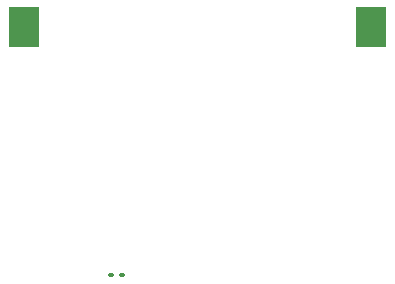
<source format=gtp>
%TF.GenerationSoftware,KiCad,Pcbnew,9.0.4*%
%TF.CreationDate,2025-10-02T17:08:24-05:00*%
%TF.ProjectId,firstExcercise,66697273-7445-4786-9365-72636973652e,rev?*%
%TF.SameCoordinates,Original*%
%TF.FileFunction,Paste,Top*%
%TF.FilePolarity,Positive*%
%FSLAX46Y46*%
G04 Gerber Fmt 4.6, Leading zero omitted, Abs format (unit mm)*
G04 Created by KiCad (PCBNEW 9.0.4) date 2025-10-02 17:08:24*
%MOMM*%
%LPD*%
G01*
G04 APERTURE LIST*
G04 Aperture macros list*
%AMRoundRect*
0 Rectangle with rounded corners*
0 $1 Rounding radius*
0 $2 $3 $4 $5 $6 $7 $8 $9 X,Y pos of 4 corners*
0 Add a 4 corners polygon primitive as box body*
4,1,4,$2,$3,$4,$5,$6,$7,$8,$9,$2,$3,0*
0 Add four circle primitives for the rounded corners*
1,1,$1+$1,$2,$3*
1,1,$1+$1,$4,$5*
1,1,$1+$1,$6,$7*
1,1,$1+$1,$8,$9*
0 Add four rect primitives between the rounded corners*
20,1,$1+$1,$2,$3,$4,$5,0*
20,1,$1+$1,$4,$5,$6,$7,0*
20,1,$1+$1,$6,$7,$8,$9,0*
20,1,$1+$1,$8,$9,$2,$3,0*%
G04 Aperture macros list end*
%ADD10RoundRect,0.090000X-0.139000X-0.090000X0.139000X-0.090000X0.139000X0.090000X-0.139000X0.090000X0*%
%ADD11R,2.540000X3.510000*%
G04 APERTURE END LIST*
D10*
%TO.C,R1*%
X128865000Y-94000000D03*
X128000000Y-94000000D03*
%TD*%
D11*
%TO.C,BT1*%
X120640000Y-73000000D03*
X150000000Y-73000000D03*
%TD*%
M02*

</source>
